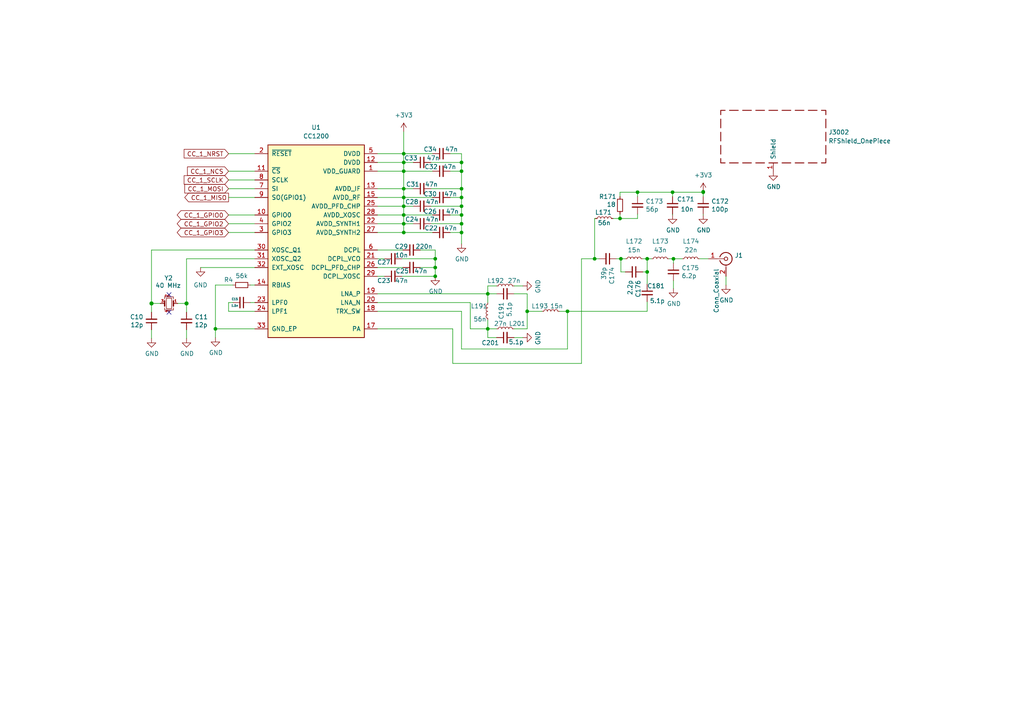
<source format=kicad_sch>
(kicad_sch (version 20211123) (generator eeschema)
  (paper "A4")
  (lib_symbols
    (symbol "Connector:Conn_Coaxial" (pin_names (offset 1.016) hide)
      (property "Reference" "J" (at 0.254 3.048 0))
      (property "Value" "Conn_Coaxial" (at 2.921 0 90))
      (symbol "Conn_Coaxial_0_1"
        (arc (start -1.778 -0.508) (mid 0.2311 -1.8066) (end 1.778 0) (stroke (width 0.254)))
        (polyline (pts (xy -2.54 0) (xy -0.508 0)))
        (polyline (pts (xy 0 -2.54) (xy 0 -1.778)))
        (circle (center 0 0) (radius 0.508) (stroke (width 0.2032)))
        (arc (start 1.778 0) (mid 0.2099 1.8101) (end -1.778 0.508) (stroke (width 0.254)))
      )
      (symbol "Conn_Coaxial_1_1"
        (pin passive line (at -5.08 0 0) (length 2.54) (name "In") (number "1"))
        (pin passive line (at 0 -5.08 90) (length 2.54) (name "Ext") (number "2"))
      )
    )
    (symbol "Device:Crystal_GND24_Small" (pin_names (offset 1.016) hide)
      (property "Reference" "Y" (at 1.27 4.445 0))
      (property "Value" "Crystal_GND24_Small" (at 1.27 2.54 0))
      (symbol "Crystal_GND24_Small_0_1"
        (rectangle (start -0.762 -1.524) (end 0.762 1.524))
        (polyline (pts (xy -1.27 -0.762) (xy -1.27 0.762)) (stroke (width 0.381)))
        (polyline (pts (xy 1.27 -0.762) (xy 1.27 0.762)) (stroke (width 0.381)))
        (polyline (pts (xy -1.27 -1.27) (xy -1.27 -1.905) (xy 1.27 -1.905) (xy 1.27 -1.27)))
        (polyline (pts (xy -1.27 1.27) (xy -1.27 1.905) (xy 1.27 1.905) (xy 1.27 1.27)))
      )
      (symbol "Crystal_GND24_Small_1_1"
        (pin passive line (at -2.54 0 0) (length 1.27) (name "1") (number "1"))
        (pin passive line (at 0 -2.54 90) (length 0.635) (name "2") (number "2"))
        (pin passive line (at 2.54 0 180) (length 1.27) (name "3") (number "3"))
        (pin passive line (at 0 2.54 270) (length 0.635) (name "4") (number "4"))
      )
    )
    (symbol "Device:L_Small" (pin_numbers hide) (pin_names (offset 0.254) hide)
      (property "Reference" "L" (at 0.762 1.016 0))
      (property "Value" "L_Small" (at 0.762 -1.016 0))
      (symbol "L_Small_0_1"
        (arc (start 0 -2.032) (mid 0.508 -1.524) (end 0 -1.016))
        (arc (start 0 -1.016) (mid 0.508 -0.508) (end 0 0))
        (arc (start 0 0) (mid 0.508 0.508) (end 0 1.016))
        (arc (start 0 1.016) (mid 0.508 1.524) (end 0 2.032))
      )
      (symbol "L_Small_1_1"
        (pin passive line (at 0 2.54 270) (length 0.508) (name "~") (number "1"))
        (pin passive line (at 0 -2.54 90) (length 0.508) (name "~") (number "2"))
      )
    )
    (symbol "Device:RFShield_OnePiece" (pin_names (offset 1.016))
      (property "Reference" "J" (at 0 5.08 0))
      (property "Value" "RFShield_OnePiece" (at 0 2.54 0))
      (symbol "RFShield_OnePiece_0_1"
        (polyline (pts (xy -15.24 -5.08) (xy -15.24 -2.54)) (stroke (width 0.254)))
        (polyline (pts (xy -15.24 -1.27) (xy -15.24 1.27)) (stroke (width 0.254)))
        (polyline (pts (xy -15.24 2.54) (xy -15.24 5.08)) (stroke (width 0.254)))
        (polyline (pts (xy -12.7 7.62) (xy -10.16 7.62)) (stroke (width 0.254)))
        (polyline (pts (xy -10.16 -7.62) (xy -12.7 -7.62)) (stroke (width 0.254)))
        (polyline (pts (xy -6.35 -7.62) (xy -8.89 -7.62)) (stroke (width 0.254)))
        (polyline (pts (xy -6.35 7.62) (xy -8.89 7.62)) (stroke (width 0.254)))
        (polyline (pts (xy -2.54 -7.62) (xy -5.08 -7.62)) (stroke (width 0.254)))
        (polyline (pts (xy -2.54 7.62) (xy -5.08 7.62)) (stroke (width 0.254)))
        (polyline (pts (xy -1.27 -7.62) (xy 1.27 -7.62)) (stroke (width 0.254)))
        (polyline (pts (xy 1.27 7.62) (xy -1.27 7.62)) (stroke (width 0.254)))
        (polyline (pts (xy 2.54 -7.62) (xy 5.08 -7.62)) (stroke (width 0.254)))
        (polyline (pts (xy 5.08 7.62) (xy 2.54 7.62)) (stroke (width 0.254)))
        (polyline (pts (xy 6.35 -7.62) (xy 8.89 -7.62)) (stroke (width 0.254)))
        (polyline (pts (xy 8.89 7.62) (xy 6.35 7.62)) (stroke (width 0.254)))
        (polyline (pts (xy 10.16 -7.62) (xy 12.7 -7.62)) (stroke (width 0.254)))
        (polyline (pts (xy 12.7 7.62) (xy 10.16 7.62)) (stroke (width 0.254)))
        (polyline (pts (xy 15.24 -5.08) (xy 15.24 -2.54)) (stroke (width 0.254)))
        (polyline (pts (xy 15.24 -1.27) (xy 15.24 1.27)) (stroke (width 0.254)))
        (polyline (pts (xy 15.24 2.54) (xy 15.24 5.08)) (stroke (width 0.254)))
        (polyline (pts (xy -15.24 6.35) (xy -15.24 7.62) (xy -13.97 7.62)) (stroke (width 0.254)))
        (polyline (pts (xy -13.97 -7.62) (xy -15.24 -7.62) (xy -15.24 -6.35)) (stroke (width 0.254)))
        (polyline (pts (xy 13.97 -7.62) (xy 15.24 -7.62) (xy 15.24 -6.35)) (stroke (width 0.254)))
        (polyline (pts (xy 15.24 6.35) (xy 15.24 7.62) (xy 13.97 7.62)) (stroke (width 0.254)))
      )
      (symbol "RFShield_OnePiece_1_1"
        (pin passive line (at 0 -10.16 90) (length 2.54) (name "Shield") (number "1"))
      )
    )
    (symbol "RF:CC1200" (pin_names (offset 1.016))
      (property "Reference" "U" (at -12.7 29.21 0))
      (property "Value" "CC1200" (at -10.16 -29.21 0))
      (symbol "CC1200_0_1"
        (rectangle (start -13.97 27.94) (end 13.97 -27.94) (stroke (width 0.254)) (fill (type background)))
      )
      (symbol "CC1200_1_1"
        (pin power_in line (at 17.78 20.32 180) (length 3.81) (name "VDD_GUARD") (number "1"))
        (pin bidirectional line (at -17.78 7.62 0) (length 3.81) (name "GPIO0") (number "10"))
        (pin input line (at -17.78 20.32 0) (length 3.81) (name "~{CS}") (number "11"))
        (pin power_in line (at 17.78 22.86 180) (length 3.81) (name "DVDD") (number "12"))
        (pin power_in line (at 17.78 15.24 180) (length 3.81) (name "AVDD_IF") (number "13"))
        (pin passive line (at -17.78 -12.7 0) (length 3.81) (name "RBIAS") (number "14"))
        (pin power_in line (at 17.78 12.7 180) (length 3.81) (name "AVDD_RF") (number "15"))
        (pin passive line (at 17.78 -25.4 180) (length 3.81) (name "PA") (number "17"))
        (pin passive line (at 17.78 -20.32 180) (length 3.81) (name "TRX_SW") (number "18"))
        (pin passive line (at 17.78 -15.24 180) (length 3.81) (name "LNA_P") (number "19"))
        (pin input line (at -17.78 25.4 0) (length 3.81) (name "~{RESET}") (number "2"))
        (pin passive line (at 17.78 -17.78 180) (length 3.81) (name "LNA_N") (number "20"))
        (pin power_out line (at 17.78 -5.08 180) (length 3.81) (name "DCPL_VCO") (number "21"))
        (pin power_in line (at 17.78 5.08 180) (length 3.81) (name "AVDD_SYNTH1") (number "22"))
        (pin passive line (at -17.78 -17.78 0) (length 3.81) (name "LPF0") (number "23"))
        (pin passive line (at -17.78 -20.32 0) (length 3.81) (name "LPF1") (number "24"))
        (pin power_in line (at 17.78 10.16 180) (length 3.81) (name "AVDD_PFD_CHP") (number "25"))
        (pin power_out line (at 17.78 -7.62 180) (length 3.81) (name "DCPL_PFD_CHP") (number "26"))
        (pin power_in line (at 17.78 2.54 180) (length 3.81) (name "AVDD_SYNTH2") (number "27"))
        (pin power_in line (at 17.78 7.62 180) (length 3.81) (name "AVDD_XOSC") (number "28"))
        (pin power_out line (at 17.78 -10.16 180) (length 3.81) (name "DCPL_XOSC") (number "29"))
        (pin bidirectional line (at -17.78 2.54 0) (length 3.81) (name "GPIO3") (number "3"))
        (pin passive line (at -17.78 -2.54 0) (length 3.81) (name "XOSC_Q1") (number "30"))
        (pin passive line (at -17.78 -5.08 0) (length 3.81) (name "XOSC_Q2") (number "31"))
        (pin input line (at -17.78 -7.62 0) (length 3.81) (name "EXT_XOSC") (number "32"))
        (pin power_in line (at -17.78 -25.4 0) (length 3.81) (name "GND_EP") (number "33"))
        (pin bidirectional line (at -17.78 5.08 0) (length 3.81) (name "GPIO2") (number "4"))
        (pin power_in line (at 17.78 25.4 180) (length 3.81) (name "DVDD") (number "5"))
        (pin power_out line (at 17.78 -2.54 180) (length 3.81) (name "DCPL") (number "6"))
        (pin input line (at -17.78 15.24 0) (length 3.81) (name "SI") (number "7"))
        (pin input line (at -17.78 17.78 0) (length 3.81) (name "SCLK") (number "8"))
        (pin bidirectional line (at -17.78 12.7 0) (length 3.81) (name "SO(GPIO1)") (number "9"))
      )
    )
    (symbol "pkl_device:pkl_C_Small" (pin_numbers hide) (pin_names (offset 0.254) hide)
      (property "Reference" "C" (at 0.254 1.778 0))
      (property "Value" "pkl_C_Small" (at 0.254 -2.032 0))
      (symbol "pkl_C_Small_0_1"
        (polyline (pts (xy -1.524 -0.508) (xy 1.524 -0.508)) (stroke (width 0.3302)))
        (polyline (pts (xy -1.524 0.508) (xy 1.524 0.508)) (stroke (width 0.3048)))
      )
      (symbol "pkl_C_Small_1_1"
        (pin passive line (at 0 2.54 270) (length 1.905) (name "~") (number "1"))
        (pin passive line (at 0 -2.54 90) (length 2.032) (name "~") (number "2"))
      )
    )
    (symbol "pkl_device:pkl_R_Small" (pin_numbers hide) (pin_names (offset 0.254) hide)
      (property "Reference" "R" (at 0.762 0.508 0))
      (property "Value" "pkl_R_Small" (at 0.762 -1.016 0))
      (symbol "pkl_R_Small_0_1"
        (rectangle (start -0.762 1.778) (end 0.762 -1.778) (stroke (width 0.2032)))
      )
      (symbol "pkl_R_Small_1_1"
        (pin passive line (at 0 2.54 270) (length 0.762) (name "~") (number "1"))
        (pin passive line (at 0 -2.54 90) (length 0.762) (name "~") (number "2"))
      )
    )
    (symbol "power:+3.3V" (power) (pin_names (offset 0))
      (property "Value" "+3.3V" (at 0 3.556 0))
      (symbol "+3.3V_0_1"
        (polyline (pts (xy -0.762 1.27) (xy 0 2.54)))
        (polyline (pts (xy 0 0) (xy 0 2.54)))
        (polyline (pts (xy 0 2.54) (xy 0.762 1.27)))
      )
      (symbol "+3.3V_1_1"
        (pin power_in line (at 0 0 90) (length 0) hide (name "+3V3") (number "1"))
      )
    )
    (symbol "power:GND" (power) (pin_names (offset 0))
      (property "Value" "GND" (at 0 -3.81 0))
      (symbol "GND_0_1"
        (polyline (pts (xy 0 0) (xy 0 -1.27) (xy 1.27 -1.27) (xy 0 -2.54) (xy -1.27 -1.27) (xy 0 -1.27)))
      )
      (symbol "GND_1_1"
        (pin power_in line (at 0 0 270) (length 0) hide (name "GND") (number "1"))
      )
    )
  )
  (junction (at 203.962 55.753))
  (junction (at 152.908 90.297))
  (junction (at 117.094 62.357))
  (junction (at 133.858 67.437))
  (junction (at 126.238 75.057))
  (junction (at 179.832 63.373))
  (junction (at 203.962 55.6261))
  (junction (at 141.478 85.217))
  (junction (at 117.094 49.657))
  (junction (at 187.706 78.867))
  (junction (at 195.326 75.057))
  (junction (at 133.858 47.117))
  (junction (at 133.858 57.277))
  (junction (at 117.094 47.117))
  (junction (at 126.238 77.597))
  (junction (at 126.238 80.137))
  (junction (at 133.858 62.357))
  (junction (at 117.094 67.437))
  (junction (at 133.858 49.657))
  (junction (at 133.858 64.897))
  (junction (at 164.592 90.297))
  (junction (at 180.086 75.057))
  (junction (at 43.942 88.011) (diameter 1.016))
  (junction (at 195.072 55.753))
  (junction (at 184.912 55.753))
  (junction (at 133.858 59.817))
  (junction (at 54.102 88.011) (diameter 1.016))
  (junction (at 117.094 44.577))
  (junction (at 117.094 59.817))
  (junction (at 117.094 54.737))
  (junction (at 172.466 75.057))
  (junction (at 141.478 95.377))
  (junction (at 117.094 57.277))
  (junction (at 62.484 95.377))
  (junction (at 133.858 54.737))
  (junction (at 117.094 64.897))
  (junction (at 187.706 75.057))
  (no_connect (at 49.022 90.551))
  (no_connect (at 49.022 85.471))
  (wire (pts (xy 133.858 47.117) (xy 133.858 49.657)))
  (wire (pts (xy 203.962 55.6261) (xy 203.962 55.753)))
  (wire (pts (xy 186.436 78.867) (xy 187.706 78.867)))
  (wire (pts (xy 177.8 63.373) (xy 179.832 63.373)))
  (wire (pts (xy 117.094 64.897) (xy 117.094 67.437)))
  (wire (pts (xy 117.094 62.357) (xy 125.476 62.357)))
  (wire (pts (xy 187.706 87.503) (xy 187.706 90.297)))
  (wire (pts (xy 66.294 87.757) (xy 67.564 87.757)))
  (wire (pts (xy 117.094 67.437) (xy 125.476 67.437)))
  (wire (pts (xy 172.466 63.373) (xy 172.72 63.373)))
  (wire (pts (xy 124.968 64.897) (xy 133.858 64.897)))
  (wire (pts (xy 117.094 47.117) (xy 119.888 47.117)))
  (wire (pts (xy 136.398 87.757) (xy 136.398 95.377)))
  (wire (pts (xy 124.968 59.817) (xy 133.858 59.817)))
  (wire (pts (xy 157.226 90.297) (xy 152.908 90.297)))
  (wire (pts (xy 131.318 95.377) (xy 131.318 105.41)))
  (wire (pts (xy 117.094 49.657) (xy 125.476 49.657)))
  (wire (pts (xy 117.094 57.277) (xy 117.094 59.817)))
  (wire (pts (xy 109.474 80.137) (xy 111.506 80.137)))
  (wire (pts (xy 168.656 105.41) (xy 168.656 75.057)))
  (wire (pts (xy 43.942 95.631) (xy 43.942 98.171)))
  (wire (pts (xy 43.942 90.551) (xy 43.942 88.011)))
  (wire (pts (xy 66.294 52.197) (xy 73.914 52.197)))
  (wire (pts (xy 184.912 55.753) (xy 195.072 55.753)))
  (wire (pts (xy 124.968 54.737) (xy 133.858 54.737)))
  (wire (pts (xy 54.102 75.057) (xy 73.914 75.057)))
  (wire (pts (xy 66.294 90.297) (xy 66.294 87.757)))
  (wire (pts (xy 43.942 72.517) (xy 73.914 72.517)))
  (wire (pts (xy 133.858 44.577) (xy 133.858 47.117)))
  (wire (pts (xy 43.942 88.011) (xy 46.482 88.011)))
  (wire (pts (xy 66.294 54.737) (xy 73.914 54.737)))
  (wire (pts (xy 43.942 72.517) (xy 43.942 88.011)))
  (wire (pts (xy 66.294 64.897) (xy 73.914 64.897)))
  (wire (pts (xy 149.098 95.377) (xy 152.908 95.377)))
  (wire (pts (xy 187.706 78.867) (xy 187.706 75.057)))
  (wire (pts (xy 66.294 49.657) (xy 73.914 49.657)))
  (wire (pts (xy 131.318 105.41) (xy 168.656 105.41)))
  (wire (pts (xy 133.858 57.277) (xy 133.858 59.817)))
  (wire (pts (xy 109.474 77.597) (xy 116.84 77.597)))
  (wire (pts (xy 109.474 75.057) (xy 111.506 75.057)))
  (wire (pts (xy 117.094 44.577) (xy 125.476 44.577)))
  (wire (pts (xy 124.968 47.117) (xy 133.858 47.117)))
  (wire (pts (xy 179.832 55.753) (xy 184.912 55.753)))
  (wire (pts (xy 109.474 85.217) (xy 141.478 85.217)))
  (wire (pts (xy 54.102 95.631) (xy 54.102 98.171)))
  (wire (pts (xy 58.166 77.597) (xy 73.914 77.597)))
  (wire (pts (xy 195.072 62.103) (xy 195.072 62.357)))
  (wire (pts (xy 109.474 72.517) (xy 116.84 72.517)))
  (wire (pts (xy 109.474 95.377) (xy 131.318 95.377)))
  (wire (pts (xy 179.832 57.023) (xy 179.832 55.753)))
  (wire (pts (xy 117.094 59.817) (xy 119.888 59.817)))
  (wire (pts (xy 144.018 97.917) (xy 141.478 97.917)))
  (wire (pts (xy 195.326 81.407) (xy 195.326 83.693)))
  (wire (pts (xy 109.474 62.357) (xy 117.094 62.357)))
  (wire (pts (xy 172.466 63.373) (xy 172.466 75.057)))
  (wire (pts (xy 195.072 57.023) (xy 195.072 55.753)))
  (wire (pts (xy 116.586 75.057) (xy 126.238 75.057)))
  (wire (pts (xy 117.094 57.277) (xy 125.476 57.277)))
  (wire (pts (xy 133.858 90.297) (xy 133.858 101.219)))
  (wire (pts (xy 130.556 44.577) (xy 133.858 44.577)))
  (wire (pts (xy 117.094 54.737) (xy 119.888 54.737)))
  (wire (pts (xy 117.094 59.817) (xy 117.094 62.357)))
  (wire (pts (xy 144.018 85.217) (xy 141.478 85.217)))
  (wire (pts (xy 195.326 75.057) (xy 195.326 76.327)))
  (wire (pts (xy 66.294 67.437) (xy 73.914 67.437)))
  (wire (pts (xy 141.478 85.217) (xy 141.478 87.757)))
  (wire (pts (xy 73.914 95.377) (xy 62.484 95.377)))
  (wire (pts (xy 133.858 54.737) (xy 133.858 57.277)))
  (wire (pts (xy 136.398 95.377) (xy 141.478 95.377)))
  (wire (pts (xy 203.962 62.103) (xy 203.962 62.357)))
  (wire (pts (xy 130.556 57.277) (xy 133.858 57.277)))
  (wire (pts (xy 184.912 55.753) (xy 184.912 57.023)))
  (wire (pts (xy 66.294 62.357) (xy 73.914 62.357)))
  (wire (pts (xy 54.102 75.057) (xy 54.102 88.011)))
  (wire (pts (xy 141.478 92.837) (xy 141.478 95.377)))
  (wire (pts (xy 117.094 47.117) (xy 117.094 49.657)))
  (wire (pts (xy 126.238 75.057) (xy 126.238 77.597)))
  (wire (pts (xy 72.644 87.757) (xy 73.914 87.757)))
  (wire (pts (xy 149.098 85.217) (xy 152.908 85.217)))
  (wire (pts (xy 109.474 47.117) (xy 117.094 47.117)))
  (wire (pts (xy 202.946 75.057) (xy 205.486 75.057)))
  (wire (pts (xy 181.356 78.867) (xy 180.086 78.867)))
  (wire (pts (xy 109.474 64.897) (xy 117.094 64.897)))
  (wire (pts (xy 117.094 64.897) (xy 119.888 64.897)))
  (wire (pts (xy 133.858 101.219) (xy 164.592 101.219)))
  (wire (pts (xy 130.556 62.357) (xy 133.858 62.357)))
  (wire (pts (xy 109.474 59.817) (xy 117.094 59.817)))
  (wire (pts (xy 130.556 49.657) (xy 133.858 49.657)))
  (wire (pts (xy 126.238 77.597) (xy 126.238 80.137)))
  (wire (pts (xy 141.478 95.377) (xy 144.018 95.377)))
  (wire (pts (xy 195.326 75.057) (xy 197.866 75.057)))
  (wire (pts (xy 62.484 95.377) (xy 62.484 97.917)))
  (wire (pts (xy 141.478 95.377) (xy 141.478 97.917)))
  (wire (pts (xy 187.706 78.867) (xy 187.706 82.423)))
  (wire (pts (xy 187.706 75.057) (xy 188.976 75.057)))
  (wire (pts (xy 109.474 44.577) (xy 117.094 44.577)))
  (wire (pts (xy 109.474 57.277) (xy 117.094 57.277)))
  (wire (pts (xy 149.098 97.917) (xy 151.638 97.917)))
  (wire (pts (xy 130.556 67.437) (xy 133.858 67.437)))
  (wire (pts (xy 184.912 62.103) (xy 184.912 63.373)))
  (wire (pts (xy 109.474 67.437) (xy 117.094 67.437)))
  (wire (pts (xy 194.056 75.057) (xy 195.326 75.057)))
  (wire (pts (xy 144.018 82.931) (xy 141.478 82.931)))
  (wire (pts (xy 121.92 72.517) (xy 126.238 72.517)))
  (wire (pts (xy 141.478 82.931) (xy 141.478 85.217)))
  (wire (pts (xy 73.914 90.297) (xy 66.294 90.297)))
  (wire (pts (xy 162.306 90.297) (xy 164.592 90.297)))
  (wire (pts (xy 54.102 88.011) (xy 54.102 90.551)))
  (wire (pts (xy 164.592 90.297) (xy 164.592 101.219)))
  (wire (pts (xy 180.086 75.057) (xy 181.356 75.057)))
  (wire (pts (xy 109.474 49.657) (xy 117.094 49.657)))
  (wire (pts (xy 62.484 82.677) (xy 62.484 95.377)))
  (wire (pts (xy 179.832 63.373) (xy 184.912 63.373)))
  (wire (pts (xy 172.466 75.057) (xy 173.736 75.057)))
  (wire (pts (xy 133.858 49.657) (xy 133.858 54.737)))
  (wire (pts (xy 152.908 90.297) (xy 152.908 85.217)))
  (wire (pts (xy 178.816 75.057) (xy 180.086 75.057)))
  (wire (pts (xy 126.238 72.517) (xy 126.238 75.057)))
  (wire (pts (xy 117.094 62.357) (xy 117.094 64.897)))
  (wire (pts (xy 66.294 44.577) (xy 73.914 44.577)))
  (wire (pts (xy 180.086 78.867) (xy 180.086 75.057)))
  (wire (pts (xy 187.706 75.057) (xy 186.436 75.057)))
  (wire (pts (xy 66.294 57.277) (xy 73.914 57.277)))
  (wire (pts (xy 109.474 54.737) (xy 117.094 54.737)))
  (wire (pts (xy 117.094 44.577) (xy 117.094 47.117)))
  (wire (pts (xy 121.92 77.597) (xy 126.238 77.597)))
  (wire (pts (xy 152.908 95.377) (xy 152.908 90.297)))
  (wire (pts (xy 133.858 67.437) (xy 133.858 70.739)))
  (wire (pts (xy 72.644 82.677) (xy 73.914 82.677)))
  (wire (pts (xy 179.832 62.103) (xy 179.832 63.373)))
  (wire (pts (xy 116.586 80.137) (xy 126.238 80.137)))
  (wire (pts (xy 149.098 82.931) (xy 151.638 82.931)))
  (wire (pts (xy 117.094 54.737) (xy 117.094 57.277)))
  (wire (pts (xy 195.072 55.753) (xy 203.962 55.753)))
  (wire (pts (xy 117.094 38.227) (xy 117.094 44.577)))
  (wire (pts (xy 109.474 90.297) (xy 133.858 90.297)))
  (wire (pts (xy 210.566 80.137) (xy 210.566 82.677)))
  (wire (pts (xy 168.656 75.057) (xy 172.466 75.057)))
  (wire (pts (xy 203.962 55.753) (xy 203.962 57.023)))
  (wire (pts (xy 67.564 82.677) (xy 62.484 82.677)))
  (wire (pts (xy 133.858 62.357) (xy 133.858 64.897)))
  (wire (pts (xy 133.858 64.897) (xy 133.858 67.437)))
  (wire (pts (xy 164.592 90.297) (xy 187.706 90.297)))
  (wire (pts (xy 117.094 49.657) (xy 117.094 54.737)))
  (wire (pts (xy 133.858 59.817) (xy 133.858 62.357)))
  (wire (pts (xy 51.562 88.011) (xy 54.102 88.011)))
  (wire (pts (xy 109.474 87.757) (xy 136.398 87.757)))
  (global_label "CC_1_GPIO0" (shape bidirectional) (at 66.294 62.357 180) (property "Intersheet References" "${INTERSHEET_REFS}" (effects hide)))
  (global_label "CC_1_NCS" (shape input) (at 66.294 49.657 180) (property "Intersheet References" "${INTERSHEET_REFS}" (effects hide)))
  (global_label "CC_1_GPIO3" (shape bidirectional) (at 66.294 67.437 180) (property "Intersheet References" "${INTERSHEET_REFS}" (effects hide)))
  (global_label "CC_1_MISO" (shape output) (at 66.294 57.277 180) (property "Intersheet References" "${INTERSHEET_REFS}" (effects hide)))
  (global_label "CC_1_GPIO2" (shape bidirectional) (at 66.294 64.897 180) (property "Intersheet References" "${INTERSHEET_REFS}" (effects hide)))
  (global_label "CC_1_SCLK" (shape input) (at 66.294 52.197 180) (property "Intersheet References" "${INTERSHEET_REFS}" (effects hide)))
  (global_label "CC_1_NRST" (shape input) (at 66.294 44.577 180) (property "Intersheet References" "${INTERSHEET_REFS}" (effects hide)))
  (global_label "CC_1_MOSI" (shape input) (at 66.294 54.737 180) (property "Intersheet References" "${INTERSHEET_REFS}" (effects hide)))
  (symbol (lib_id "Connector:Conn_Coaxial") (at 210.566 75.057 0) (unit 1)
    (property "Reference" "J1" (at 213.106 74.0801 0) (effects (justify left)))
    (property "Value" "Conn_Coaxial" (at 207.772 90.805 90) (effects (justify left)))
    (property "Footprint" "Connector_Coaxial:HJ_Tech_SMA_Horizontal_Board_Edge_RF" (effects hide))
    (property "Datasheet" "LCSC: C2693811" (effects hide))
  )
  (symbol (lib_id "pkl_device:pkl_C_Small") (at 122.428 64.897 90) (unit 1)
    (property "Reference" "C24" (at 121.412 63.627 90) (effects (justify left)))
    (property "Value" "47n" (at 127.254 63.627 90) (effects (justify left)))
    (property "Footprint" "Capacitor_SMD:C_0805_2012Metric" (effects hide))
    (property "Datasheet" "LCSC: C520035" (effects hide))
  )
  (symbol (lib_id "pkl_device:pkl_C_Small") (at 187.706 84.963 0) (unit 1)
    (property "Reference" "C181" (at 187.706 82.931 0) (effects (justify left)))
    (property "Value" "5.1p" (at 188.468 87.249 0) (effects (justify left)))
    (property "Footprint" "Capacitor_SMD:C_0603_1608Metric" (effects hide))
    (property "Datasheet" "LCSC: C882560" (effects hide))
  )
  (symbol (lib_id "pkl_device:pkl_C_Small") (at 146.558 97.917 90) (mirror x) (unit 1)
    (property "Reference" "C201" (at 144.78 99.441 90) (effects (justify left)))
    (property "Value" "5.1p" (at 151.892 99.187 90) (effects (justify left)))
    (property "Footprint" "Capacitor_SMD:C_0603_1608Metric" (effects hide))
    (property "Datasheet" "LCSC: C882560" (effects hide))
  )
  (symbol (lib_id "power:GND") (at 151.638 82.931 90) (mirror x) (unit 1)
    (property "Reference" "#PWR0123" (effects hide))
    (property "Value" "GND" (at 156.0322 83.058 0))
  )
  (symbol (lib_id "pkl_device:pkl_C_Small") (at 176.276 75.057 270) (unit 1)
    (property "Reference" "C174" (at 177.4444 77.3938 0) (effects (justify left)))
    (property "Value" "39p" (at 175.133 77.3938 0) (effects (justify left)))
    (property "Footprint" "Capacitor_SMD:C_0603_1608Metric" (effects hide))
    (property "Datasheet" "LCSC: C126563" (effects hide))
  )
  (symbol (lib_id "pkl_device:pkl_R_Small") (at 179.832 59.563 0) (unit 1)
    (property "Reference" "R171" (at 176.276 57.023 0))
    (property "Value" "18" (at 177.292 59.309 0))
    (property "Footprint" "Resistor_SMD:R_0603_1608Metric" (effects hide))
    (property "Datasheet" "LCSC: C403440" (effects hide))
  )
  (symbol (lib_id "pkl_device:pkl_C_Small") (at 146.558 85.217 90) (mirror x) (unit 1)
    (property "Reference" "C191" (at 145.3896 87.5538 0) (effects (justify left)))
    (property "Value" "5.1p" (at 147.701 87.5538 0) (effects (justify left)))
    (property "Footprint" "Capacitor_SMD:C_0603_1608Metric" (effects hide))
    (property "Datasheet" "LCSC: C882560" (effects hide))
  )
  (symbol (lib_id "power:GND") (at 43.942 98.171 0) (unit 1)
    (property "Reference" "#PWR0117" (effects hide))
    (property "Value" "GND" (at 44.069 102.5652 0))
  )
  (symbol (lib_id "Device:L_Small") (at 159.766 90.297 90) (unit 1)
    (property "Reference" "L193" (at 159.004 88.773 90) (effects (justify left)))
    (property "Value" "15n" (at 163.322 88.773 90) (effects (justify left)))
    (property "Footprint" "Inductor_SMD:L_0402_1005Metric" (effects hide))
    (property "Datasheet" "LCSC: C502013" (effects hide))
  )
  (symbol (lib_id "pkl_device:pkl_C_Small") (at 122.428 59.817 90) (unit 1)
    (property "Reference" "C28" (at 121.412 58.547 90) (effects (justify left)))
    (property "Value" "47n" (at 127.254 58.547 90) (effects (justify left)))
    (property "Footprint" "Capacitor_SMD:C_0805_2012Metric" (effects hide))
    (property "Datasheet" "LCSC: C520035" (effects hide))
  )
  (symbol (lib_id "Device:Crystal_GND24_Small") (at 49.022 88.011 180) (unit 1)
    (property "Reference" "Y2" (at 48.895 80.645 0))
    (property "Value" "40 MHz" (at 48.768 82.804 0))
    (property "Footprint" "Crystal:Crystal_SMD_2016-4Pin_2.0x1.6mm" (effects hide))
    (property "Datasheet" "LCSC: C516561" (effects hide))
  )
  (symbol (lib_id "Device:L_Small") (at 141.478 90.297 0) (mirror y) (unit 1)
    (property "Reference" "L191" (at 138.938 88.773 0))
    (property "Value" "56n" (at 139.192 92.583 0))
    (property "Footprint" "Inductor_SMD:L_0603_1608Metric" (effects hide))
    (property "Datasheet" "LCSC: C87538" (effects hide))
  )
  (symbol (lib_id "pkl_device:pkl_C_Small") (at 119.38 77.597 90) (unit 1)
    (property "Reference" "C25" (at 118.618 78.613 90) (effects (justify left)))
    (property "Value" "47n" (at 123.952 78.613 90) (effects (justify left)))
    (property "Footprint" "Capacitor_SMD:C_0603_1608Metric" (effects hide))
    (property "Datasheet" "LCSC: C302047" (effects hide))
  )
  (symbol (lib_id "pkl_device:pkl_C_Small") (at 122.428 54.737 90) (unit 1)
    (property "Reference" "C31" (at 121.666 53.467 90) (effects (justify left)))
    (property "Value" "47n" (at 127 53.467 90) (effects (justify left)))
    (property "Footprint" "Capacitor_SMD:C_0805_2012Metric" (effects hide))
    (property "Datasheet" "LCSC: C520035" (effects hide))
  )
  (symbol (lib_id "pkl_device:pkl_C_Small") (at 122.428 47.117 90) (unit 1)
    (property "Reference" "C33" (at 121.158 45.847 90) (effects (justify left)))
    (property "Value" "47n" (at 127.508 45.847 90) (effects (justify left)))
    (property "Footprint" "Capacitor_SMD:C_0805_2012Metric" (effects hide))
    (property "Datasheet" "LCSC: C520035" (effects hide))
  )
  (symbol (lib_id "power:+3.3V") (at 117.094 38.227 0) (unit 1)
    (property "Reference" "#PWR0118" (effects hide))
    (property "Value" "+3.3V" (at 117.094 33.401 0))
  )
  (symbol (lib_id "pkl_device:pkl_C_Small") (at 54.102 93.091 0) (unit 1)
    (property "Reference" "C11" (at 56.4388 91.9226 0) (effects (justify left)))
    (property "Value" "12p" (at 56.4388 94.234 0) (effects (justify left)))
    (property "Footprint" "Capacitor_SMD:C_0603_1608Metric" (effects hide))
    (property "Datasheet" "LCSC: C302056" (effects hide))
  )
  (symbol (lib_id "pkl_device:pkl_C_Small") (at 183.896 78.867 270) (unit 1)
    (property "Reference" "C176" (at 185.0644 81.2038 0) (effects (justify left)))
    (property "Value" "2.2p" (at 182.753 81.2038 0) (effects (justify left)))
    (property "Footprint" "Capacitor_SMD:C_0402_1005Metric" (effects hide))
    (property "Datasheet" "LCSC: C437438" (effects hide))
  )
  (symbol (lib_id "Device:RFShield_OnePiece") (at 224.282 39.624 0) (unit 1)
    (property "Reference" "J3002" (at 240.284 38.3539 0) (effects (justify left)))
    (property "Value" "RFShield_OnePiece" (at 240.284 40.8939 0) (effects (justify left)))
    (property "Footprint" "RF_Shielding:Wuerth_36103255_25x25mm" (effects hide))
  )
  (symbol (lib_id "power:GND") (at 62.484 97.917 0) (unit 1)
    (property "Reference" "#PWR0114" (effects hide))
    (property "Value" "GND" (at 62.611 102.3112 0))
  )
  (symbol (lib_id "pkl_device:pkl_C_Small") (at 195.326 78.867 0) (unit 1)
    (property "Reference" "C175" (at 197.6628 77.6986 0) (effects (justify left)))
    (property "Value" "6.2p" (at 197.6628 80.01 0) (effects (justify left)))
    (property "Footprint" "Capacitor_SMD:C_0402_1005Metric" (effects hide))
    (property "Datasheet" "LCSC: C161332" (effects hide))
  )
  (symbol (lib_id "power:+3.3V") (at 203.962 55.6261 0) (unit 1)
    (property "Reference" "#PWR0120" (effects hide))
    (property "Value" "+3.3V" (at 203.962 50.8001 0))
  )
  (symbol (lib_id "pkl_device:pkl_C_Small") (at 114.046 75.057 90) (unit 1)
    (property "Reference" "C27" (at 113.284 76.073 90) (effects (justify left)))
    (property "Value" "10n" (at 118.364 74.041 90) (effects (justify left)))
    (property "Footprint" "Capacitor_SMD:C_0402_1005Metric" (effects hide))
    (property "Datasheet" "LCSC: C91601" (effects hide))
  )
  (symbol (lib_id "pkl_device:pkl_C_Small") (at 203.962 59.563 0) (unit 1)
    (property "Reference" "C172" (at 206.2988 58.3946 0) (effects (justify left)))
    (property "Value" "100p" (at 206.2988 60.706 0) (effects (justify left)))
    (property "Footprint" "Capacitor_SMD:C_0603_1608Metric" (effects hide))
    (property "Datasheet" "LCSC: C77053" (effects hide))
  )
  (symbol (lib_id "Device:L_Small") (at 175.26 63.373 90) (unit 1)
    (property "Reference" "L171" (at 175.006 61.595 90))
    (property "Value" "56n" (at 175.26 64.643 90))
    (property "Footprint" "Inductor_SMD:L_0603_1608Metric" (effects hide))
    (property "Datasheet" "LCSC: C87538" (effects hide))
  )
  (symbol (lib_id "power:GND") (at 54.102 98.171 0) (unit 1)
    (property "Reference" "#PWR0113" (effects hide))
    (property "Value" "GND" (at 54.229 102.5652 0))
  )
  (symbol (lib_id "pkl_device:pkl_R_Small") (at 70.104 82.677 270) (unit 1)
    (property "Reference" "R4" (at 66.294 81.153 90))
    (property "Value" "56k" (at 70.104 80.01 90))
    (property "Footprint" "Resistor_SMD:R_0805_2012Metric" (effects hide))
    (property "Datasheet" "LCSC: C204332" (effects hide))
  )
  (symbol (lib_id "Device:L_Small") (at 191.516 75.057 90) (unit 1)
    (property "Reference" "L173" (at 191.516 69.977 90))
    (property "Value" "43n" (at 191.516 72.517 90))
    (property "Footprint" "Inductor_SMD:L_0402_1005Metric" (effects hide))
    (property "Datasheet" "LCSC: C167478" (effects hide))
  )
  (symbol (lib_id "power:GND") (at 195.326 83.693 0) (unit 1)
    (property "Reference" "#PWR028" (effects hide))
    (property "Value" "GND" (at 195.453 88.0872 0))
  )
  (symbol (lib_id "power:GND") (at 151.638 97.917 90) (mirror x) (unit 1)
    (property "Reference" "#PWR0122" (effects hide))
    (property "Value" "GND" (at 156.0322 98.044 0))
  )
  (symbol (lib_id "pkl_device:pkl_C_Small") (at 114.046 80.137 90) (unit 1)
    (property "Reference" "C23" (at 113.284 81.407 90) (effects (justify left)))
    (property "Value" "47n" (at 118.364 81.407 90) (effects (justify left)))
    (property "Footprint" "Capacitor_SMD:C_0603_1608Metric" (effects hide))
    (property "Datasheet" "LCSC: C302047" (effects hide))
  )
  (symbol (lib_id "power:GND") (at 203.962 62.357 0) (unit 1)
    (property "Reference" "#PWR030" (effects hide))
    (property "Value" "GND" (at 204.089 66.7512 0))
  )
  (symbol (lib_id "power:GND") (at 195.072 62.357 0) (unit 1)
    (property "Reference" "#PWR027" (effects hide))
    (property "Value" "GND" (at 195.199 66.7512 0))
  )
  (symbol (lib_id "pkl_device:pkl_C_Small") (at 128.016 44.577 90) (unit 1)
    (property "Reference" "C34" (at 126.746 43.307 90) (effects (justify left)))
    (property "Value" "47n" (at 132.842 43.307 90) (effects (justify left)))
    (property "Footprint" "Capacitor_SMD:C_0805_2012Metric" (effects hide))
    (property "Datasheet" "LCSC: C520035" (effects hide))
  )
  (symbol (lib_id "pkl_device:pkl_C_Small") (at 119.38 72.517 90) (unit 1)
    (property "Reference" "C29" (at 118.364 71.501 90) (effects (justify left)))
    (property "Value" "220n" (at 125.476 71.501 90) (effects (justify left)))
    (property "Footprint" "Capacitor_SMD:C_0603_1608Metric" (effects hide))
    (property "Datasheet" "LCSC: C335532" (effects hide))
  )
  (symbol (lib_id "pkl_device:pkl_C_Small") (at 128.016 67.437 90) (unit 1)
    (property "Reference" "C22" (at 127 66.167 90) (effects (justify left)))
    (property "Value" "47n" (at 132.588 66.167 90) (effects (justify left)))
    (property "Footprint" "Capacitor_SMD:C_0805_2012Metric" (effects hide))
    (property "Datasheet" "LCSC: C520035" (effects hide))
  )
  (symbol (lib_id "power:GND") (at 210.566 82.677 0) (unit 1)
    (property "Reference" "#PWR0124" (effects hide))
    (property "Value" "GND" (at 210.693 87.0712 0))
  )
  (symbol (lib_id "Device:L_Small") (at 200.406 75.057 90) (unit 1)
    (property "Reference" "L174" (at 200.406 69.977 90))
    (property "Value" "22n" (at 200.406 72.517 90))
    (property "Footprint" "Inductor_SMD:L_0402_1005Metric" (effects hide))
    (property "Datasheet" "LCSC: C12670" (effects hide))
  )
  (symbol (lib_id "pkl_device:pkl_C_Small") (at 70.104 87.757 270) (unit 1)
    (property "Reference" "C15" (at 67.183 86.741 90) (effects (font (size 0.6 0.6)) (justify left)))
    (property "Value" "1.5n" (at 67.056 88.646 90) (effects (font (size 0.6 0.6)) (justify left)))
    (property "Footprint" "Capacitor_SMD:C_0805_2012Metric" (effects hide))
    (property "Datasheet" "LCSC: C319195" (effects hide))
  )
  (symbol (lib_id "power:GND") (at 224.282 49.784 0) (unit 1)
    (property "Reference" "#PWR?" (effects hide))
    (property "Value" "GND" (at 224.409 54.1782 0))
  )
  (symbol (lib_id "power:GND") (at 133.858 70.739 0) (unit 1)
    (property "Reference" "#PWR0115" (effects hide))
    (property "Value" "GND" (at 133.985 75.1332 0))
  )
  (symbol (lib_id "power:GND") (at 58.166 77.597 0) (unit 1)
    (property "Reference" "#PWR0108" (effects hide))
    (property "Value" "GND" (at 58.166 82.677 0))
  )
  (symbol (lib_id "pkl_device:pkl_C_Small") (at 128.016 62.357 90) (unit 1)
    (property "Reference" "C26" (at 126.746 61.341 90) (effects (justify left)))
    (property "Value" "47n" (at 133.096 61.341 90) (effects (justify left)))
    (property "Footprint" "Capacitor_SMD:C_0805_2012Metric" (effects hide))
    (property "Datasheet" "LCSC: C520035" (effects hide))
  )
  (symbol (lib_id "pkl_device:pkl_C_Small") (at 128.016 49.657 90) (unit 1)
    (property "Reference" "C32" (at 127 48.387 90) (effects (justify left)))
    (property "Value" "47n" (at 132.334 48.387 90) (effects (justify left)))
    (property "Footprint" "Capacitor_SMD:C_0805_2012Metric" (effects hide))
    (property "Datasheet" "LCSC: C520035" (effects hide))
  )
  (symbol (lib_id "Device:L_Small") (at 183.896 75.057 90) (unit 1)
    (property "Reference" "L172" (at 183.896 69.977 90))
    (property "Value" "15n" (at 183.896 72.517 90))
    (property "Footprint" "Inductor_SMD:L_0402_1005Metric" (effects hide))
    (property "Datasheet" "LCSC: C502013" (effects hide))
  )
  (symbol (lib_id "RF:CC1200") (at 91.694 69.977 0) (unit 1)
    (property "Reference" "U1" (at 91.694 36.957 0))
    (property "Value" "CC1200" (at 91.694 39.497 0))
    (property "Footprint" "Package_DFN_QFN:QFN-32-1EP_5x5mm_P0.5mm_EP3.45x3.45mm" (effects hide))
    (property "Datasheet" "http://www.ti.com/lit/ds/symlink/cc1200.pdf" (effects hide))
  )
  (symbol (lib_id "pkl_device:pkl_C_Small") (at 184.912 59.563 0) (unit 1)
    (property "Reference" "C173" (at 187.2488 58.3946 0) (effects (justify left)))
    (property "Value" "56p" (at 187.2488 60.706 0) (effects (justify left)))
    (property "Footprint" "Capacitor_SMD:C_0603_1608Metric" (effects hide))
    (property "Datasheet" "LCSC: C338104" (effects hide))
  )
  (symbol (lib_id "pkl_device:pkl_C_Small") (at 195.072 59.563 0) (unit 1)
    (property "Reference" "C171" (at 196.342 57.785 0) (effects (justify left)))
    (property "Value" "10n" (at 197.4088 60.706 0) (effects (justify left)))
    (property "Footprint" "Capacitor_SMD:C_0603_1608Metric" (effects hide))
    (property "Datasheet" "LCSC: C71664" (effects hide))
  )
  (symbol (lib_id "pkl_device:pkl_C_Small") (at 43.942 93.091 0) (mirror x) (unit 1)
    (property "Reference" "C10" (at 41.6052 91.9226 0) (effects (justify right)))
    (property "Value" "12p" (at 41.6052 94.234 0) (effects (justify right)))
    (property "Footprint" "Capacitor_SMD:C_0603_1608Metric" (effects hide))
    (property "Datasheet" "LCSC: C302056" (effects hide))
  )
  (symbol (lib_id "pkl_device:pkl_C_Small") (at 128.016 57.277 90) (unit 1)
    (property "Reference" "C30" (at 126.746 56.261 90) (effects (justify left)))
    (property "Value" "47n" (at 132.588 56.261 90) (effects (justify left)))
    (property "Footprint" "Capacitor_SMD:C_0805_2012Metric" (effects hide))
    (property "Datasheet" "LCSC: C520035" (effects hide))
  )
  (symbol (lib_id "power:GND") (at 126.238 80.137 0) (unit 1)
    (property "Reference" "#PWR0110" (effects hide))
    (property "Value" "GND" (at 126.365 84.5312 0))
  )
  (symbol (lib_id "Device:L_Small") (at 146.558 82.931 270) (mirror x) (unit 1)
    (property "Reference" "L192" (at 143.764 81.407 90))
    (property "Value" "27n" (at 149.098 81.407 90))
    (property "Footprint" "Inductor_SMD:L_0402_1005Metric" (effects hide))
    (property "Datasheet" "LCSC: C275278" (effects hide))
  )
  (symbol (lib_id "Device:L_Small") (at 146.558 95.377 270) (mirror x) (unit 1)
    (property "Reference" "L201" (at 147.574 93.853 90) (effects (justify left)))
    (property "Value" "27n" (at 143.256 93.853 90) (effects (justify left)))
    (property "Footprint" "Inductor_SMD:L_0402_1005Metric" (effects hide))
    (property "Datasheet" "LCSC: C275278" (effects hide))
  )
)
</source>
